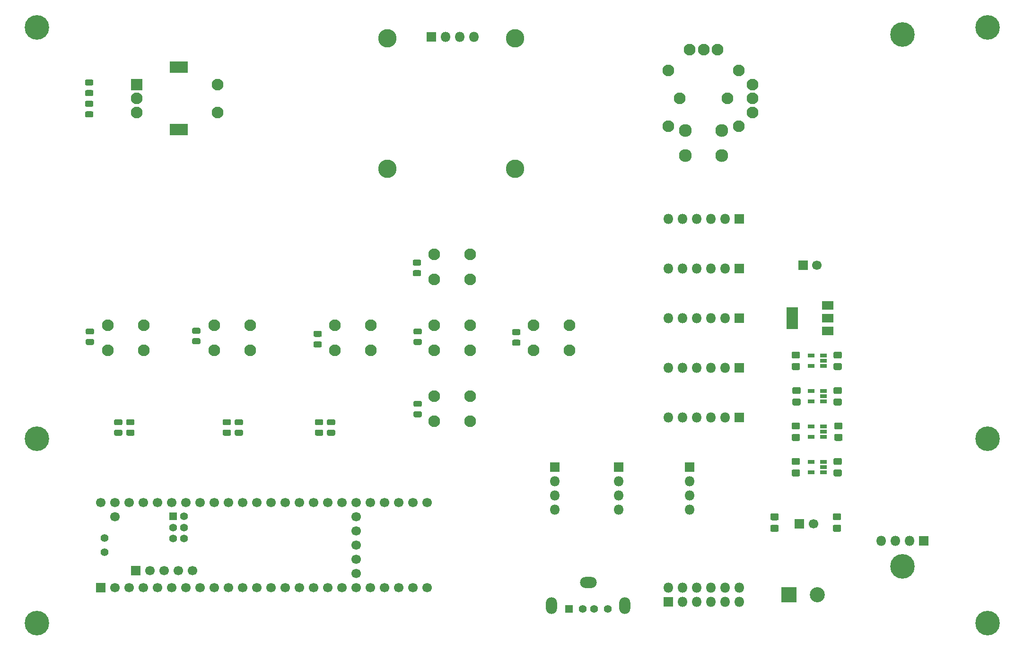
<source format=gbr>
%TF.GenerationSoftware,KiCad,Pcbnew,(5.1.6)-1*%
%TF.CreationDate,2020-11-12T15:31:55-08:00*%
%TF.ProjectId,userinterfacepcb,75736572-696e-4746-9572-666163657063,rev?*%
%TF.SameCoordinates,Original*%
%TF.FileFunction,Soldermask,Top*%
%TF.FilePolarity,Negative*%
%FSLAX46Y46*%
G04 Gerber Fmt 4.6, Leading zero omitted, Abs format (unit mm)*
G04 Created by KiCad (PCBNEW (5.1.6)-1) date 2020-11-12 15:31:55*
%MOMM*%
%LPD*%
G01*
G04 APERTURE LIST*
%ADD10C,1.700000*%
%ADD11R,1.700000X1.700000*%
%ADD12R,2.100000X2.100000*%
%ADD13C,2.100000*%
%ADD14R,3.300000X2.100000*%
%ADD15C,2.300000*%
%ADD16R,1.160000X0.750000*%
%ADD17R,2.100000X1.600000*%
%ADD18R,2.100000X3.900000*%
%ADD19O,1.800000X1.800000*%
%ADD20R,1.800000X1.800000*%
%ADD21C,4.400000*%
%ADD22C,2.700000*%
%ADD23R,2.700000X2.700000*%
%ADD24O,3.000000X2.000000*%
%ADD25O,2.000000X3.000000*%
%ADD26C,1.400000*%
%ADD27R,1.400000X1.400000*%
%ADD28C,3.300000*%
G04 APERTURE END LIST*
D10*
%TO.C,C2*%
X245705000Y-114300000D03*
D11*
X243205000Y-114300000D03*
%TD*%
%TO.C,C1*%
G36*
G01*
X249457738Y-114446000D02*
X250414262Y-114446000D01*
G75*
G02*
X250686000Y-114717738I0J-271738D01*
G01*
X250686000Y-115424262D01*
G75*
G02*
X250414262Y-115696000I-271738J0D01*
G01*
X249457738Y-115696000D01*
G75*
G02*
X249186000Y-115424262I0J271738D01*
G01*
X249186000Y-114717738D01*
G75*
G02*
X249457738Y-114446000I271738J0D01*
G01*
G37*
G36*
G01*
X249457738Y-112396000D02*
X250414262Y-112396000D01*
G75*
G02*
X250686000Y-112667738I0J-271738D01*
G01*
X250686000Y-113374262D01*
G75*
G02*
X250414262Y-113646000I-271738J0D01*
G01*
X249457738Y-113646000D01*
G75*
G02*
X249186000Y-113374262I0J271738D01*
G01*
X249186000Y-112667738D01*
G75*
G02*
X249457738Y-112396000I271738J0D01*
G01*
G37*
%TD*%
D12*
%TO.C,SW1*%
X124587000Y-35598100D03*
D13*
X124587000Y-38098100D03*
X124587000Y-40598100D03*
D14*
X132087000Y-32498100D03*
X132087000Y-43698100D03*
D13*
X139087000Y-35598100D03*
X139087000Y-40598100D03*
%TD*%
%TO.C,R19*%
G36*
G01*
X116686250Y-80372000D02*
X115723750Y-80372000D01*
G75*
G02*
X115455000Y-80103250I0J268750D01*
G01*
X115455000Y-79565750D01*
G75*
G02*
X115723750Y-79297000I268750J0D01*
G01*
X116686250Y-79297000D01*
G75*
G02*
X116955000Y-79565750I0J-268750D01*
G01*
X116955000Y-80103250D01*
G75*
G02*
X116686250Y-80372000I-268750J0D01*
G01*
G37*
G36*
G01*
X116686250Y-82247000D02*
X115723750Y-82247000D01*
G75*
G02*
X115455000Y-81978250I0J268750D01*
G01*
X115455000Y-81440750D01*
G75*
G02*
X115723750Y-81172000I268750J0D01*
G01*
X116686250Y-81172000D01*
G75*
G02*
X116955000Y-81440750I0J-268750D01*
G01*
X116955000Y-81978250D01*
G75*
G02*
X116686250Y-82247000I-268750J0D01*
G01*
G37*
%TD*%
%TO.C,R17*%
G36*
G01*
X175360250Y-80372000D02*
X174397750Y-80372000D01*
G75*
G02*
X174129000Y-80103250I0J268750D01*
G01*
X174129000Y-79565750D01*
G75*
G02*
X174397750Y-79297000I268750J0D01*
G01*
X175360250Y-79297000D01*
G75*
G02*
X175629000Y-79565750I0J-268750D01*
G01*
X175629000Y-80103250D01*
G75*
G02*
X175360250Y-80372000I-268750J0D01*
G01*
G37*
G36*
G01*
X175360250Y-82247000D02*
X174397750Y-82247000D01*
G75*
G02*
X174129000Y-81978250I0J268750D01*
G01*
X174129000Y-81440750D01*
G75*
G02*
X174397750Y-81172000I268750J0D01*
G01*
X175360250Y-81172000D01*
G75*
G02*
X175629000Y-81440750I0J-268750D01*
G01*
X175629000Y-81978250D01*
G75*
G02*
X175360250Y-82247000I-268750J0D01*
G01*
G37*
%TD*%
%TO.C,R16*%
G36*
G01*
X193013250Y-80499000D02*
X192050750Y-80499000D01*
G75*
G02*
X191782000Y-80230250I0J268750D01*
G01*
X191782000Y-79692750D01*
G75*
G02*
X192050750Y-79424000I268750J0D01*
G01*
X193013250Y-79424000D01*
G75*
G02*
X193282000Y-79692750I0J-268750D01*
G01*
X193282000Y-80230250D01*
G75*
G02*
X193013250Y-80499000I-268750J0D01*
G01*
G37*
G36*
G01*
X193013250Y-82374000D02*
X192050750Y-82374000D01*
G75*
G02*
X191782000Y-82105250I0J268750D01*
G01*
X191782000Y-81567750D01*
G75*
G02*
X192050750Y-81299000I268750J0D01*
G01*
X193013250Y-81299000D01*
G75*
G02*
X193282000Y-81567750I0J-268750D01*
G01*
X193282000Y-82105250D01*
G75*
G02*
X193013250Y-82374000I-268750J0D01*
G01*
G37*
%TD*%
%TO.C,U5*%
X230360000Y-38100000D03*
X221760000Y-38100000D03*
X232385000Y-43100000D03*
X219735000Y-43100000D03*
X232385000Y-33100000D03*
X219735000Y-33100000D03*
D15*
X229310000Y-48350000D03*
X229310000Y-43850000D03*
X222810000Y-48350000D03*
X222810000Y-43850000D03*
D13*
X234790000Y-40600000D03*
X234790000Y-35600000D03*
X234790000Y-38100000D03*
X228560000Y-29370000D03*
X223560000Y-29370000D03*
X226060000Y-29370000D03*
%TD*%
%TO.C,R14*%
G36*
G01*
X175360250Y-93326000D02*
X174397750Y-93326000D01*
G75*
G02*
X174129000Y-93057250I0J268750D01*
G01*
X174129000Y-92519750D01*
G75*
G02*
X174397750Y-92251000I268750J0D01*
G01*
X175360250Y-92251000D01*
G75*
G02*
X175629000Y-92519750I0J-268750D01*
G01*
X175629000Y-93057250D01*
G75*
G02*
X175360250Y-93326000I-268750J0D01*
G01*
G37*
G36*
G01*
X175360250Y-95201000D02*
X174397750Y-95201000D01*
G75*
G02*
X174129000Y-94932250I0J268750D01*
G01*
X174129000Y-94394750D01*
G75*
G02*
X174397750Y-94126000I268750J0D01*
G01*
X175360250Y-94126000D01*
G75*
G02*
X175629000Y-94394750I0J-268750D01*
G01*
X175629000Y-94932250D01*
G75*
G02*
X175360250Y-95201000I-268750J0D01*
G01*
G37*
%TD*%
%TO.C,SW5*%
X202080000Y-78740000D03*
X202080000Y-83240000D03*
X195580000Y-78740000D03*
X195580000Y-83240000D03*
%TD*%
D16*
%TO.C,U7*%
X245280000Y-86040000D03*
X245280000Y-84140000D03*
X247480000Y-84140000D03*
X247480000Y-85090000D03*
X247480000Y-86040000D03*
%TD*%
D13*
%TO.C,SW8*%
X125880000Y-78740000D03*
X125880000Y-83240000D03*
X119380000Y-78740000D03*
X119380000Y-83240000D03*
%TD*%
%TO.C,SW4*%
X166520000Y-78740000D03*
X166520000Y-83240000D03*
X160020000Y-78740000D03*
X160020000Y-83240000D03*
%TD*%
%TO.C,R18*%
G36*
G01*
X135736250Y-80245000D02*
X134773750Y-80245000D01*
G75*
G02*
X134505000Y-79976250I0J268750D01*
G01*
X134505000Y-79438750D01*
G75*
G02*
X134773750Y-79170000I268750J0D01*
G01*
X135736250Y-79170000D01*
G75*
G02*
X136005000Y-79438750I0J-268750D01*
G01*
X136005000Y-79976250D01*
G75*
G02*
X135736250Y-80245000I-268750J0D01*
G01*
G37*
G36*
G01*
X135736250Y-82120000D02*
X134773750Y-82120000D01*
G75*
G02*
X134505000Y-81851250I0J268750D01*
G01*
X134505000Y-81313750D01*
G75*
G02*
X134773750Y-81045000I268750J0D01*
G01*
X135736250Y-81045000D01*
G75*
G02*
X136005000Y-81313750I0J-268750D01*
G01*
X136005000Y-81851250D01*
G75*
G02*
X135736250Y-82120000I-268750J0D01*
G01*
G37*
%TD*%
%TO.C,SW3*%
X184300000Y-91440000D03*
X184300000Y-95940000D03*
X177800000Y-91440000D03*
X177800000Y-95940000D03*
%TD*%
%TO.C,R15*%
G36*
G01*
X157453250Y-80801500D02*
X156490750Y-80801500D01*
G75*
G02*
X156222000Y-80532750I0J268750D01*
G01*
X156222000Y-79995250D01*
G75*
G02*
X156490750Y-79726500I268750J0D01*
G01*
X157453250Y-79726500D01*
G75*
G02*
X157722000Y-79995250I0J-268750D01*
G01*
X157722000Y-80532750D01*
G75*
G02*
X157453250Y-80801500I-268750J0D01*
G01*
G37*
G36*
G01*
X157453250Y-82676500D02*
X156490750Y-82676500D01*
G75*
G02*
X156222000Y-82407750I0J268750D01*
G01*
X156222000Y-81870250D01*
G75*
G02*
X156490750Y-81601500I268750J0D01*
G01*
X157453250Y-81601500D01*
G75*
G02*
X157722000Y-81870250I0J-268750D01*
G01*
X157722000Y-82407750D01*
G75*
G02*
X157453250Y-82676500I-268750J0D01*
G01*
G37*
%TD*%
%TO.C,SW7*%
X144930000Y-78740000D03*
X144930000Y-83240000D03*
X138430000Y-78740000D03*
X138430000Y-83240000D03*
%TD*%
%TO.C,SW2*%
X184300000Y-66040000D03*
X184300000Y-70540000D03*
X177800000Y-66040000D03*
X177800000Y-70540000D03*
%TD*%
D17*
%TO.C,U6*%
X248260000Y-79770000D03*
X248260000Y-75170000D03*
X248260000Y-77470000D03*
D18*
X241960000Y-77470000D03*
%TD*%
D13*
%TO.C,SW6*%
X184300000Y-78740000D03*
X184300000Y-83240000D03*
X177800000Y-78740000D03*
X177800000Y-83240000D03*
%TD*%
%TO.C,C3*%
G36*
G01*
X239238262Y-113655000D02*
X238281738Y-113655000D01*
G75*
G02*
X238010000Y-113383262I0J271738D01*
G01*
X238010000Y-112676738D01*
G75*
G02*
X238281738Y-112405000I271738J0D01*
G01*
X239238262Y-112405000D01*
G75*
G02*
X239510000Y-112676738I0J-271738D01*
G01*
X239510000Y-113383262D01*
G75*
G02*
X239238262Y-113655000I-271738J0D01*
G01*
G37*
G36*
G01*
X239238262Y-115705000D02*
X238281738Y-115705000D01*
G75*
G02*
X238010000Y-115433262I0J271738D01*
G01*
X238010000Y-114726738D01*
G75*
G02*
X238281738Y-114455000I271738J0D01*
G01*
X239238262Y-114455000D01*
G75*
G02*
X239510000Y-114726738I0J-271738D01*
G01*
X239510000Y-115433262D01*
G75*
G02*
X239238262Y-115705000I-271738J0D01*
G01*
G37*
%TD*%
D10*
%TO.C,C11*%
X246340000Y-67945000D03*
D11*
X243840000Y-67945000D03*
%TD*%
%TO.C,C12*%
G36*
G01*
X243048262Y-84690000D02*
X242091738Y-84690000D01*
G75*
G02*
X241820000Y-84418262I0J271738D01*
G01*
X241820000Y-83711738D01*
G75*
G02*
X242091738Y-83440000I271738J0D01*
G01*
X243048262Y-83440000D01*
G75*
G02*
X243320000Y-83711738I0J-271738D01*
G01*
X243320000Y-84418262D01*
G75*
G02*
X243048262Y-84690000I-271738J0D01*
G01*
G37*
G36*
G01*
X243048262Y-86740000D02*
X242091738Y-86740000D01*
G75*
G02*
X241820000Y-86468262I0J271738D01*
G01*
X241820000Y-85761738D01*
G75*
G02*
X242091738Y-85490000I271738J0D01*
G01*
X243048262Y-85490000D01*
G75*
G02*
X243320000Y-85761738I0J-271738D01*
G01*
X243320000Y-86468262D01*
G75*
G02*
X243048262Y-86740000I-271738J0D01*
G01*
G37*
%TD*%
%TO.C,C9*%
G36*
G01*
X243048262Y-97390000D02*
X242091738Y-97390000D01*
G75*
G02*
X241820000Y-97118262I0J271738D01*
G01*
X241820000Y-96411738D01*
G75*
G02*
X242091738Y-96140000I271738J0D01*
G01*
X243048262Y-96140000D01*
G75*
G02*
X243320000Y-96411738I0J-271738D01*
G01*
X243320000Y-97118262D01*
G75*
G02*
X243048262Y-97390000I-271738J0D01*
G01*
G37*
G36*
G01*
X243048262Y-99440000D02*
X242091738Y-99440000D01*
G75*
G02*
X241820000Y-99168262I0J271738D01*
G01*
X241820000Y-98461738D01*
G75*
G02*
X242091738Y-98190000I271738J0D01*
G01*
X243048262Y-98190000D01*
G75*
G02*
X243320000Y-98461738I0J-271738D01*
G01*
X243320000Y-99168262D01*
G75*
G02*
X243048262Y-99440000I-271738J0D01*
G01*
G37*
%TD*%
%TO.C,C6*%
G36*
G01*
X249584738Y-91840000D02*
X250541262Y-91840000D01*
G75*
G02*
X250813000Y-92111738I0J-271738D01*
G01*
X250813000Y-92818262D01*
G75*
G02*
X250541262Y-93090000I-271738J0D01*
G01*
X249584738Y-93090000D01*
G75*
G02*
X249313000Y-92818262I0J271738D01*
G01*
X249313000Y-92111738D01*
G75*
G02*
X249584738Y-91840000I271738J0D01*
G01*
G37*
G36*
G01*
X249584738Y-89790000D02*
X250541262Y-89790000D01*
G75*
G02*
X250813000Y-90061738I0J-271738D01*
G01*
X250813000Y-90768262D01*
G75*
G02*
X250541262Y-91040000I-271738J0D01*
G01*
X249584738Y-91040000D01*
G75*
G02*
X249313000Y-90768262I0J271738D01*
G01*
X249313000Y-90061738D01*
G75*
G02*
X249584738Y-89790000I271738J0D01*
G01*
G37*
%TD*%
%TO.C,C8*%
G36*
G01*
X243048262Y-103740000D02*
X242091738Y-103740000D01*
G75*
G02*
X241820000Y-103468262I0J271738D01*
G01*
X241820000Y-102761738D01*
G75*
G02*
X242091738Y-102490000I271738J0D01*
G01*
X243048262Y-102490000D01*
G75*
G02*
X243320000Y-102761738I0J-271738D01*
G01*
X243320000Y-103468262D01*
G75*
G02*
X243048262Y-103740000I-271738J0D01*
G01*
G37*
G36*
G01*
X243048262Y-105790000D02*
X242091738Y-105790000D01*
G75*
G02*
X241820000Y-105518262I0J271738D01*
G01*
X241820000Y-104811738D01*
G75*
G02*
X242091738Y-104540000I271738J0D01*
G01*
X243048262Y-104540000D01*
G75*
G02*
X243320000Y-104811738I0J-271738D01*
G01*
X243320000Y-105518262D01*
G75*
G02*
X243048262Y-105790000I-271738J0D01*
G01*
G37*
%TD*%
%TO.C,C5*%
G36*
G01*
X249711738Y-98181000D02*
X250668262Y-98181000D01*
G75*
G02*
X250940000Y-98452738I0J-271738D01*
G01*
X250940000Y-99159262D01*
G75*
G02*
X250668262Y-99431000I-271738J0D01*
G01*
X249711738Y-99431000D01*
G75*
G02*
X249440000Y-99159262I0J271738D01*
G01*
X249440000Y-98452738D01*
G75*
G02*
X249711738Y-98181000I271738J0D01*
G01*
G37*
G36*
G01*
X249711738Y-96131000D02*
X250668262Y-96131000D01*
G75*
G02*
X250940000Y-96402738I0J-271738D01*
G01*
X250940000Y-97109262D01*
G75*
G02*
X250668262Y-97381000I-271738J0D01*
G01*
X249711738Y-97381000D01*
G75*
G02*
X249440000Y-97109262I0J271738D01*
G01*
X249440000Y-96402738D01*
G75*
G02*
X249711738Y-96131000I271738J0D01*
G01*
G37*
%TD*%
%TO.C,C4*%
G36*
G01*
X249584738Y-104540000D02*
X250541262Y-104540000D01*
G75*
G02*
X250813000Y-104811738I0J-271738D01*
G01*
X250813000Y-105518262D01*
G75*
G02*
X250541262Y-105790000I-271738J0D01*
G01*
X249584738Y-105790000D01*
G75*
G02*
X249313000Y-105518262I0J271738D01*
G01*
X249313000Y-104811738D01*
G75*
G02*
X249584738Y-104540000I271738J0D01*
G01*
G37*
G36*
G01*
X249584738Y-102490000D02*
X250541262Y-102490000D01*
G75*
G02*
X250813000Y-102761738I0J-271738D01*
G01*
X250813000Y-103468262D01*
G75*
G02*
X250541262Y-103740000I-271738J0D01*
G01*
X249584738Y-103740000D01*
G75*
G02*
X249313000Y-103468262I0J271738D01*
G01*
X249313000Y-102761738D01*
G75*
G02*
X249584738Y-102490000I271738J0D01*
G01*
G37*
%TD*%
%TO.C,C10*%
G36*
G01*
X243175262Y-91040000D02*
X242218738Y-91040000D01*
G75*
G02*
X241947000Y-90768262I0J271738D01*
G01*
X241947000Y-90061738D01*
G75*
G02*
X242218738Y-89790000I271738J0D01*
G01*
X243175262Y-89790000D01*
G75*
G02*
X243447000Y-90061738I0J-271738D01*
G01*
X243447000Y-90768262D01*
G75*
G02*
X243175262Y-91040000I-271738J0D01*
G01*
G37*
G36*
G01*
X243175262Y-93090000D02*
X242218738Y-93090000D01*
G75*
G02*
X241947000Y-92818262I0J271738D01*
G01*
X241947000Y-92111738D01*
G75*
G02*
X242218738Y-91840000I271738J0D01*
G01*
X243175262Y-91840000D01*
G75*
G02*
X243447000Y-92111738I0J-271738D01*
G01*
X243447000Y-92818262D01*
G75*
G02*
X243175262Y-93090000I-271738J0D01*
G01*
G37*
%TD*%
%TO.C,C7*%
G36*
G01*
X249584738Y-85490000D02*
X250541262Y-85490000D01*
G75*
G02*
X250813000Y-85761738I0J-271738D01*
G01*
X250813000Y-86468262D01*
G75*
G02*
X250541262Y-86740000I-271738J0D01*
G01*
X249584738Y-86740000D01*
G75*
G02*
X249313000Y-86468262I0J271738D01*
G01*
X249313000Y-85761738D01*
G75*
G02*
X249584738Y-85490000I271738J0D01*
G01*
G37*
G36*
G01*
X249584738Y-83440000D02*
X250541262Y-83440000D01*
G75*
G02*
X250813000Y-83711738I0J-271738D01*
G01*
X250813000Y-84418262D01*
G75*
G02*
X250541262Y-84690000I-271738J0D01*
G01*
X249584738Y-84690000D01*
G75*
G02*
X249313000Y-84418262I0J271738D01*
G01*
X249313000Y-83711738D01*
G75*
G02*
X249584738Y-83440000I271738J0D01*
G01*
G37*
%TD*%
D19*
%TO.C,J8*%
X219710000Y-95250000D03*
X222250000Y-95250000D03*
X224790000Y-95250000D03*
X227330000Y-95250000D03*
X229870000Y-95250000D03*
D20*
X232410000Y-95250000D03*
%TD*%
D19*
%TO.C,J7*%
X210820000Y-111760000D03*
X210820000Y-109220000D03*
X210820000Y-106680000D03*
D20*
X210820000Y-104140000D03*
%TD*%
D21*
%TO.C,H1*%
X261620000Y-121920000D03*
%TD*%
D16*
%TO.C,U4*%
X245280000Y-92390000D03*
X245280000Y-90490000D03*
X247480000Y-90490000D03*
X247480000Y-91440000D03*
X247480000Y-92390000D03*
%TD*%
D21*
%TO.C,H9*%
X276860000Y-99060000D03*
%TD*%
D19*
%TO.C,J6*%
X223520000Y-111760000D03*
X223520000Y-109220000D03*
X223520000Y-106680000D03*
D20*
X223520000Y-104140000D03*
%TD*%
D21*
%TO.C,H3*%
X276860000Y-132080000D03*
%TD*%
D16*
%TO.C,U3*%
X245280000Y-98740000D03*
X245280000Y-96840000D03*
X247480000Y-96840000D03*
X247480000Y-97790000D03*
X247480000Y-98740000D03*
%TD*%
%TO.C,U2*%
X245280000Y-105090000D03*
X245280000Y-103190000D03*
X247480000Y-103190000D03*
X247480000Y-104140000D03*
X247480000Y-105090000D03*
%TD*%
D21*
%TO.C,H12*%
X106680000Y-25400000D03*
%TD*%
%TO.C,H11*%
X106680000Y-132080000D03*
%TD*%
%TO.C,H6*%
X261620000Y-26670000D03*
%TD*%
%TO.C,H8*%
X276860000Y-25400000D03*
%TD*%
%TO.C,H5*%
X106680000Y-99060000D03*
%TD*%
D22*
%TO.C,J1*%
X246380000Y-127000000D03*
D23*
X241300000Y-127000000D03*
%TD*%
D19*
%TO.C,J2*%
X199390000Y-111760000D03*
X199390000Y-109220000D03*
X199390000Y-106680000D03*
D20*
X199390000Y-104140000D03*
%TD*%
D19*
%TO.C,J4*%
X219710000Y-68580000D03*
X222250000Y-68580000D03*
X224790000Y-68580000D03*
X227330000Y-68580000D03*
X229870000Y-68580000D03*
D20*
X232410000Y-68580000D03*
%TD*%
D24*
%TO.C,J3*%
X205430000Y-124760000D03*
D25*
X212000000Y-128940000D03*
X198860000Y-128940000D03*
D26*
X208930000Y-129540000D03*
X206430000Y-129540000D03*
X204430000Y-129540000D03*
D27*
X201930000Y-129540000D03*
%TD*%
D26*
%TO.C,U1*%
X118840000Y-116840000D03*
X118840000Y-119380000D03*
D10*
X163830000Y-113030000D03*
X163830000Y-115570000D03*
X163830000Y-118110000D03*
X163830000Y-120650000D03*
X163830000Y-123190000D03*
D26*
X131080000Y-116928400D03*
X133080000Y-116928400D03*
X133080000Y-114928400D03*
X131080000Y-114928400D03*
X133080000Y-112928400D03*
D27*
X131080000Y-112928400D03*
D10*
X158750000Y-125730000D03*
X161290000Y-125730000D03*
X163830000Y-125730000D03*
X166370000Y-125730000D03*
X156210000Y-125730000D03*
X153670000Y-125730000D03*
X151130000Y-125730000D03*
X168910000Y-125730000D03*
X171450000Y-125730000D03*
X173990000Y-125730000D03*
X176530000Y-125730000D03*
X176530000Y-110490000D03*
X173990000Y-110490000D03*
X171450000Y-110490000D03*
X168910000Y-110490000D03*
X166370000Y-110490000D03*
X163830000Y-110490000D03*
X161290000Y-110490000D03*
X158750000Y-110490000D03*
X156210000Y-110490000D03*
X153670000Y-110490000D03*
X148590000Y-125730000D03*
X146050000Y-125730000D03*
X143510000Y-125730000D03*
X140970000Y-125730000D03*
X138430000Y-125730000D03*
X135890000Y-125730000D03*
X133350000Y-125730000D03*
X130810000Y-125730000D03*
X128270000Y-125730000D03*
X125730000Y-125730000D03*
X123190000Y-125730000D03*
X120650000Y-125730000D03*
D11*
X118110000Y-125730000D03*
D10*
X151130000Y-110490000D03*
X148590000Y-110490000D03*
X146050000Y-110490000D03*
X143510000Y-110490000D03*
X140970000Y-110490000D03*
X138430000Y-110490000D03*
X135890000Y-110490000D03*
X133350000Y-110490000D03*
X130810000Y-110490000D03*
X128270000Y-110490000D03*
X125730000Y-110490000D03*
X123190000Y-110490000D03*
X120650000Y-110490000D03*
X118110000Y-110490000D03*
D11*
X124409200Y-122679200D03*
D10*
X126949200Y-122679200D03*
X129489200Y-122679200D03*
X132029200Y-122679200D03*
X134569200Y-122679200D03*
X120650000Y-113030000D03*
%TD*%
D19*
%TO.C,J5*%
X219710000Y-59690000D03*
X222250000Y-59690000D03*
X224790000Y-59690000D03*
X227330000Y-59690000D03*
X229870000Y-59690000D03*
D20*
X232410000Y-59690000D03*
%TD*%
%TO.C,R10*%
G36*
G01*
X141197250Y-96628000D02*
X140234750Y-96628000D01*
G75*
G02*
X139966000Y-96359250I0J268750D01*
G01*
X139966000Y-95821750D01*
G75*
G02*
X140234750Y-95553000I268750J0D01*
G01*
X141197250Y-95553000D01*
G75*
G02*
X141466000Y-95821750I0J-268750D01*
G01*
X141466000Y-96359250D01*
G75*
G02*
X141197250Y-96628000I-268750J0D01*
G01*
G37*
G36*
G01*
X141197250Y-98503000D02*
X140234750Y-98503000D01*
G75*
G02*
X139966000Y-98234250I0J268750D01*
G01*
X139966000Y-97696750D01*
G75*
G02*
X140234750Y-97428000I268750J0D01*
G01*
X141197250Y-97428000D01*
G75*
G02*
X141466000Y-97696750I0J-268750D01*
G01*
X141466000Y-98234250D01*
G75*
G02*
X141197250Y-98503000I-268750J0D01*
G01*
G37*
%TD*%
%TO.C,R11*%
G36*
G01*
X158903750Y-97428000D02*
X159866250Y-97428000D01*
G75*
G02*
X160135000Y-97696750I0J-268750D01*
G01*
X160135000Y-98234250D01*
G75*
G02*
X159866250Y-98503000I-268750J0D01*
G01*
X158903750Y-98503000D01*
G75*
G02*
X158635000Y-98234250I0J268750D01*
G01*
X158635000Y-97696750D01*
G75*
G02*
X158903750Y-97428000I268750J0D01*
G01*
G37*
G36*
G01*
X158903750Y-95553000D02*
X159866250Y-95553000D01*
G75*
G02*
X160135000Y-95821750I0J-268750D01*
G01*
X160135000Y-96359250D01*
G75*
G02*
X159866250Y-96628000I-268750J0D01*
G01*
X158903750Y-96628000D01*
G75*
G02*
X158635000Y-96359250I0J268750D01*
G01*
X158635000Y-95821750D01*
G75*
G02*
X158903750Y-95553000I268750J0D01*
G01*
G37*
%TD*%
D19*
%TO.C,J9*%
X219710000Y-86360000D03*
X222250000Y-86360000D03*
X224790000Y-86360000D03*
X227330000Y-86360000D03*
X229870000Y-86360000D03*
D20*
X232410000Y-86360000D03*
%TD*%
D19*
%TO.C,J12*%
X257810000Y-117348000D03*
X260350000Y-117348000D03*
X262890000Y-117348000D03*
D20*
X265430000Y-117348000D03*
%TD*%
%TO.C,R8*%
G36*
G01*
X121766250Y-96628000D02*
X120803750Y-96628000D01*
G75*
G02*
X120535000Y-96359250I0J268750D01*
G01*
X120535000Y-95821750D01*
G75*
G02*
X120803750Y-95553000I268750J0D01*
G01*
X121766250Y-95553000D01*
G75*
G02*
X122035000Y-95821750I0J-268750D01*
G01*
X122035000Y-96359250D01*
G75*
G02*
X121766250Y-96628000I-268750J0D01*
G01*
G37*
G36*
G01*
X121766250Y-98503000D02*
X120803750Y-98503000D01*
G75*
G02*
X120535000Y-98234250I0J268750D01*
G01*
X120535000Y-97696750D01*
G75*
G02*
X120803750Y-97428000I268750J0D01*
G01*
X121766250Y-97428000D01*
G75*
G02*
X122035000Y-97696750I0J-268750D01*
G01*
X122035000Y-98234250D01*
G75*
G02*
X121766250Y-98503000I-268750J0D01*
G01*
G37*
%TD*%
D19*
%TO.C,J11*%
X219710000Y-77470000D03*
X222250000Y-77470000D03*
X224790000Y-77470000D03*
X227330000Y-77470000D03*
X229870000Y-77470000D03*
D20*
X232410000Y-77470000D03*
%TD*%
%TO.C,R6*%
G36*
G01*
X116559250Y-35795000D02*
X115596750Y-35795000D01*
G75*
G02*
X115328000Y-35526250I0J268750D01*
G01*
X115328000Y-34988750D01*
G75*
G02*
X115596750Y-34720000I268750J0D01*
G01*
X116559250Y-34720000D01*
G75*
G02*
X116828000Y-34988750I0J-268750D01*
G01*
X116828000Y-35526250D01*
G75*
G02*
X116559250Y-35795000I-268750J0D01*
G01*
G37*
G36*
G01*
X116559250Y-37670000D02*
X115596750Y-37670000D01*
G75*
G02*
X115328000Y-37401250I0J268750D01*
G01*
X115328000Y-36863750D01*
G75*
G02*
X115596750Y-36595000I268750J0D01*
G01*
X116559250Y-36595000D01*
G75*
G02*
X116828000Y-36863750I0J-268750D01*
G01*
X116828000Y-37401250D01*
G75*
G02*
X116559250Y-37670000I-268750J0D01*
G01*
G37*
%TD*%
%TO.C,R13*%
G36*
G01*
X175233250Y-68053000D02*
X174270750Y-68053000D01*
G75*
G02*
X174002000Y-67784250I0J268750D01*
G01*
X174002000Y-67246750D01*
G75*
G02*
X174270750Y-66978000I268750J0D01*
G01*
X175233250Y-66978000D01*
G75*
G02*
X175502000Y-67246750I0J-268750D01*
G01*
X175502000Y-67784250D01*
G75*
G02*
X175233250Y-68053000I-268750J0D01*
G01*
G37*
G36*
G01*
X175233250Y-69928000D02*
X174270750Y-69928000D01*
G75*
G02*
X174002000Y-69659250I0J268750D01*
G01*
X174002000Y-69121750D01*
G75*
G02*
X174270750Y-68853000I268750J0D01*
G01*
X175233250Y-68853000D01*
G75*
G02*
X175502000Y-69121750I0J-268750D01*
G01*
X175502000Y-69659250D01*
G75*
G02*
X175233250Y-69928000I-268750J0D01*
G01*
G37*
%TD*%
%TO.C,R5*%
G36*
G01*
X116559250Y-39605000D02*
X115596750Y-39605000D01*
G75*
G02*
X115328000Y-39336250I0J268750D01*
G01*
X115328000Y-38798750D01*
G75*
G02*
X115596750Y-38530000I268750J0D01*
G01*
X116559250Y-38530000D01*
G75*
G02*
X116828000Y-38798750I0J-268750D01*
G01*
X116828000Y-39336250D01*
G75*
G02*
X116559250Y-39605000I-268750J0D01*
G01*
G37*
G36*
G01*
X116559250Y-41480000D02*
X115596750Y-41480000D01*
G75*
G02*
X115328000Y-41211250I0J268750D01*
G01*
X115328000Y-40673750D01*
G75*
G02*
X115596750Y-40405000I268750J0D01*
G01*
X116559250Y-40405000D01*
G75*
G02*
X116828000Y-40673750I0J-268750D01*
G01*
X116828000Y-41211250D01*
G75*
G02*
X116559250Y-41480000I-268750J0D01*
G01*
G37*
%TD*%
%TO.C,R9*%
G36*
G01*
X142393750Y-97428000D02*
X143356250Y-97428000D01*
G75*
G02*
X143625000Y-97696750I0J-268750D01*
G01*
X143625000Y-98234250D01*
G75*
G02*
X143356250Y-98503000I-268750J0D01*
G01*
X142393750Y-98503000D01*
G75*
G02*
X142125000Y-98234250I0J268750D01*
G01*
X142125000Y-97696750D01*
G75*
G02*
X142393750Y-97428000I268750J0D01*
G01*
G37*
G36*
G01*
X142393750Y-95553000D02*
X143356250Y-95553000D01*
G75*
G02*
X143625000Y-95821750I0J-268750D01*
G01*
X143625000Y-96359250D01*
G75*
G02*
X143356250Y-96628000I-268750J0D01*
G01*
X142393750Y-96628000D01*
G75*
G02*
X142125000Y-96359250I0J268750D01*
G01*
X142125000Y-95821750D01*
G75*
G02*
X142393750Y-95553000I268750J0D01*
G01*
G37*
%TD*%
%TO.C,R12*%
G36*
G01*
X157707250Y-96628000D02*
X156744750Y-96628000D01*
G75*
G02*
X156476000Y-96359250I0J268750D01*
G01*
X156476000Y-95821750D01*
G75*
G02*
X156744750Y-95553000I268750J0D01*
G01*
X157707250Y-95553000D01*
G75*
G02*
X157976000Y-95821750I0J-268750D01*
G01*
X157976000Y-96359250D01*
G75*
G02*
X157707250Y-96628000I-268750J0D01*
G01*
G37*
G36*
G01*
X157707250Y-98503000D02*
X156744750Y-98503000D01*
G75*
G02*
X156476000Y-98234250I0J268750D01*
G01*
X156476000Y-97696750D01*
G75*
G02*
X156744750Y-97428000I268750J0D01*
G01*
X157707250Y-97428000D01*
G75*
G02*
X157976000Y-97696750I0J-268750D01*
G01*
X157976000Y-98234250D01*
G75*
G02*
X157707250Y-98503000I-268750J0D01*
G01*
G37*
%TD*%
D19*
%TO.C,J13*%
X184912000Y-27051000D03*
X182372000Y-27051000D03*
X179832000Y-27051000D03*
D20*
X177292000Y-27051000D03*
%TD*%
%TO.C,R7*%
G36*
G01*
X122962750Y-97428000D02*
X123925250Y-97428000D01*
G75*
G02*
X124194000Y-97696750I0J-268750D01*
G01*
X124194000Y-98234250D01*
G75*
G02*
X123925250Y-98503000I-268750J0D01*
G01*
X122962750Y-98503000D01*
G75*
G02*
X122694000Y-98234250I0J268750D01*
G01*
X122694000Y-97696750D01*
G75*
G02*
X122962750Y-97428000I268750J0D01*
G01*
G37*
G36*
G01*
X122962750Y-95553000D02*
X123925250Y-95553000D01*
G75*
G02*
X124194000Y-95821750I0J-268750D01*
G01*
X124194000Y-96359250D01*
G75*
G02*
X123925250Y-96628000I-268750J0D01*
G01*
X122962750Y-96628000D01*
G75*
G02*
X122694000Y-96359250I0J268750D01*
G01*
X122694000Y-95821750D01*
G75*
G02*
X122962750Y-95553000I268750J0D01*
G01*
G37*
%TD*%
D19*
%TO.C,J10*%
X232410000Y-125730000D03*
X232410000Y-128270000D03*
X229870000Y-125730000D03*
X229870000Y-128270000D03*
X227330000Y-125730000D03*
X227330000Y-128270000D03*
X224790000Y-125730000D03*
X224790000Y-128270000D03*
X222250000Y-125730000D03*
X222250000Y-128270000D03*
X219710000Y-125730000D03*
D20*
X219710000Y-128270000D03*
%TD*%
D28*
%TO.C,H2*%
X169418000Y-50673000D03*
%TD*%
%TO.C,H7*%
X192278000Y-27305000D03*
%TD*%
%TO.C,H4*%
X192278000Y-50673000D03*
%TD*%
%TO.C,H10*%
X169418000Y-27305000D03*
%TD*%
M02*

</source>
